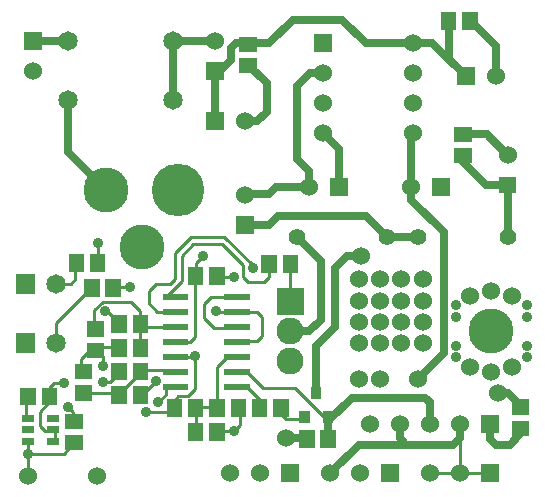
<source format=gbr>
G04 start of page 2 for group 0 idx 0 *
G04 Title: (unknown), component *
G04 Creator: pcb 20091103 *
G04 CreationDate: Fri 28 Jan 2011 22:02:30 GMT UTC *
G04 For: thomas *
G04 Format: Gerber/RS-274X *
G04 PCB-Dimensions: 179130 179130 *
G04 PCB-Coordinate-Origin: lower left *
%MOIN*%
%FSLAX25Y25*%
%LNFRONT*%
%ADD11C,0.0250*%
%ADD12C,0.0100*%
%ADD13C,0.0200*%
%ADD14C,0.0600*%
%ADD15C,0.0650*%
%ADD16C,0.1750*%
%ADD17C,0.1500*%
%ADD18C,0.0550*%
%ADD19C,0.0900*%
%ADD20C,0.0360*%
%ADD21R,0.0512X0.0512*%
%ADD22R,0.0200X0.0200*%
%ADD23R,0.0240X0.0240*%
%ADD24R,0.0340X0.0340*%
%ADD25C,0.0380*%
%ADD26C,0.0400*%
%ADD27C,0.0430*%
%ADD28C,0.0300*%
%ADD29C,0.1250*%
%ADD30C,0.1100*%
%ADD31C,0.0280*%
%ADD32C,0.0290*%
%ADD33C,0.1300*%
%ADD34C,0.0350*%
G54D11*X57047Y168106D02*X70866D01*
X77953Y167319D02*X88976D01*
X70806Y141345D02*Y158046D01*
X81497Y142036D02*X80806Y141345D01*
X70806Y158046D02*X70866Y158106D01*
X72678D01*
X70866D02*X72677D01*
X80806Y141345D02*X85050D01*
X88189Y144484D01*
Y153933D01*
X82283Y159839D01*
X72677Y158106D02*X76378Y161807D01*
Y165744D01*
X77953Y167319D01*
X22047Y148421D02*Y131224D01*
X34707Y118564D01*
X57047Y168106D02*Y148421D01*
X22047Y168106D02*X21024D01*
X10236D02*X22047D01*
X88976Y116925D02*X81298D01*
X81016Y116643D01*
Y106643D02*X88930D01*
G54D12*X57480Y97240D02*X62992Y102752D01*
X74016D01*
X73228Y100390D02*X63780D01*
G54D11*X128234Y102837D02*X138365D01*
X121232Y109839D02*X128234Y102837D01*
X138365D02*X138366Y102836D01*
X168504Y120075D02*Y102974D01*
Y120075D02*X161418D01*
X168504Y102974D02*X168366Y102836D01*
X136457Y115114D02*X147244Y104327D01*
Y92516D01*
X112295Y132206D02*X107081Y137420D01*
X136457Y136796D02*Y115114D01*
X161418Y120075D02*X152756Y128737D01*
X162756Y135823D02*X168504Y130075D01*
X153150Y137004D02*X161575D01*
X168504Y130075D01*
X102295Y124866D02*X98425Y128736D01*
Y153146D02*X102699Y157420D01*
X98425Y153146D02*Y128736D01*
X107081Y157420D02*X102699D01*
X136457Y136796D02*X137081Y137420D01*
Y167420D02*X143442D01*
X121260Y167319D02*X136980D01*
X137081Y167420D01*
X148819Y174407D02*Y162043D01*
X154568Y156294D01*
X164568D02*Y166530D01*
X155905Y175193D01*
X143442Y167420D02*X154568Y156294D01*
X88976Y167319D02*X96850Y175193D01*
X113386D01*
X121260Y167319D01*
X112295Y119376D02*Y132206D01*
X102295Y119376D02*X91427D01*
X88976Y116925D01*
X102295Y119376D02*Y124866D01*
X88930Y106643D02*X92126Y109839D01*
X121232D01*
X98234Y102837D02*X98340D01*
X106299Y94878D01*
X119685Y96453D02*X114961D01*
X111024Y92516D01*
G54D12*X26772Y50784D02*X39370D01*
X26772D02*X38581D01*
X33464Y54327D02*X35827D01*
X33464Y59838D02*Y62988D01*
X35827Y54327D02*X38976Y57476D01*
X26377Y62201D02*Y58265D01*
X26772Y57870D01*
X54506Y72775D02*X47297D01*
X46062Y66136D02*Y74010D01*
X47297Y72775D02*X46062Y74010D01*
X46063Y74011D02*X46062Y74010D01*
X46063Y77949D02*Y74011D01*
X54506Y77775D02*X51749D01*
X48819Y80705D01*
Y84642D01*
X51181Y87004D01*
X55905D01*
X46062Y57476D02*Y58262D01*
X39370Y50784D02*X46062Y57476D01*
X38976Y58262D02*X38974D01*
X46062D02*X54019D01*
X46063Y50388D02*X46848D01*
X51181Y54721D01*
X54506Y52775D02*Y50172D01*
X51969Y47634D02*Y47635D01*
X54506Y50172D01*
X48031Y44484D02*X55906D01*
X31889Y65351D02*X31495Y64957D01*
X38976Y66136D02*X32674D01*
X31495Y64957D01*
X33464Y62988D02*X31495Y64957D01*
X29133D02*X31495D01*
X29133D02*X26377Y62201D01*
X30709Y72043D02*Y78343D01*
X33464Y81098D01*
X34252Y77949D02*X35037D01*
X38976Y74010D01*
X17874Y87004D02*X22834D01*
X17874Y67319D02*Y74170D01*
X29921Y86217D01*
X22834Y87004D02*X24409Y88579D01*
Y93304D01*
X24803Y93698D01*
X31889Y94484D02*Y100783D01*
X33464Y81098D02*X42914D01*
X46063Y77949D01*
X37007Y86217D02*X41732D01*
X8661Y33799D02*X7910Y34550D01*
Y42350D02*Y48459D01*
X8661Y49210D01*
Y33799D02*Y23224D01*
X17710Y38450D02*Y34550D01*
X8661Y30311D02*X20471D01*
X24408Y34248D01*
X15747Y49996D02*Y52357D01*
X17323Y53933D01*
X20472D01*
X15747Y49210D02*Y47633D01*
X12598Y44484D01*
Y39760D01*
X14173Y38185D01*
X15845D01*
X16110Y38450D01*
X23622Y41334D02*Y44484D01*
X22047Y46059D01*
X63960Y62775D02*X64173Y62988D01*
X71653Y46059D02*Y59422D01*
X75006Y62775D01*
X61006D02*X63960D01*
X64173Y51964D02*X61811Y49602D01*
X64173Y62988D02*Y51964D01*
X64567Y45271D02*X64566Y45272D01*
X64567Y37398D02*Y45271D01*
X57480Y48421D02*X58661Y49602D01*
X61811D02*X58661D01*
X61024D02*X61023D01*
X64566Y46058D02*X71652D01*
X55906Y44484D02*X57480Y46058D01*
X71652D02*X71653Y46059D01*
Y38184D02*X77164D01*
X79133Y40153D01*
X86923Y52358D02*X81506Y57775D01*
X85827Y46059D02*Y48454D01*
X81506Y52775D01*
X75006Y77775D02*X72221D01*
X74668Y72437D02*X75006Y72775D01*
X72221Y77775D02*X72047Y77949D01*
X75006Y82775D02*X69786D01*
X67322Y80311D01*
Y75587D01*
X70472Y72437D01*
X74668D01*
X61006Y67775D02*X62661D01*
X64173Y69287D01*
Y88183D01*
X64567Y90154D02*Y94091D01*
X66929Y96453D01*
X71655Y89366D02*X71653Y89368D01*
X63780Y100390D02*X59843Y96453D01*
Y88112D01*
X54506Y82775D01*
X55905Y87004D02*X57480Y88579D01*
Y97240D01*
X77165Y89366D02*X71655D01*
X79528Y94091D02*Y94090D01*
X80315Y93303D01*
Y89366D01*
X79527Y94091D02*X73228Y100390D01*
X74016Y102752D02*X83465Y93303D01*
X87401Y87791D02*X88976Y89366D01*
X83465Y92516D02*Y93303D01*
X80315Y89366D02*X81890Y87791D01*
X87401D02*X81890D01*
X79133Y40153D02*Y45665D01*
X78739Y46059D01*
X92913D02*Y43697D01*
X94488Y42122D01*
X99999D01*
X100787Y42910D01*
X107086D02*X97638Y52358D01*
G54D11*X104687Y51110D02*X105051D01*
X104724Y66532D02*Y50547D01*
X104687Y50510D01*
G54D12*X97638Y52358D02*X86923D01*
G54D11*X101575Y35822D02*X96064D01*
X96063Y35823D01*
G54D12*X88977Y94091D02*Y94877D01*
G54D11*X106299Y94878D02*Y75193D01*
X102362Y71256D01*
X96139D01*
X96110Y71285D01*
G54D12*X81506Y77775D02*X84819D01*
X86614Y75980D01*
Y69681D01*
X85039Y68106D01*
X81837D01*
X81506Y67775D01*
X96110Y81285D02*Y94044D01*
X96063Y94091D01*
X88976Y89366D02*Y94090D01*
X88977Y94091D01*
X107686Y42310D02*X97638Y52358D01*
G54D11*X111024Y92516D02*Y72832D01*
X104724Y66532D01*
X140945Y49209D02*X142520Y47634D01*
Y40547D01*
X118898Y33461D02*X109449Y24012D01*
X116535Y49209D02*X140945D01*
X150394Y33461D02*X118898D01*
G54D12*X108587Y42310D02*X107686D01*
G54D11*X108661Y35822D02*Y41335D01*
X109636Y42310D02*X116535Y49209D01*
X108661Y41335D02*X116535Y49209D01*
X132520Y40547D02*Y35587D01*
X134646Y33461D01*
X138583Y55508D02*X147244Y64169D01*
Y93303D01*
X150394Y33461D02*X152756Y35823D01*
Y40311D01*
X152520Y40547D01*
G54D12*X142756Y24012D02*X162756D01*
X152756D02*Y40311D01*
G54D11*X172442Y38973D02*Y36612D01*
X169291Y33461D01*
X162520Y40547D02*Y35508D01*
X164567Y33461D01*
X169291D01*
X165354Y50784D02*X168503D01*
X173228Y46059D01*
G54D13*G36*
X67866Y161106D02*Y155106D01*
X73866D01*
Y161106D01*
X67866D01*
G37*
G54D14*X86063Y24012D03*
X76063D03*
G54D13*G36*
X7236Y171106D02*Y165106D01*
X13236D01*
Y171106D01*
X7236D01*
G37*
G54D14*X10236Y158106D03*
G54D13*G36*
X4624Y90254D02*Y83754D01*
X11124D01*
Y90254D01*
X4624D01*
G37*
G36*
Y70569D02*Y64069D01*
X11124D01*
Y70569D01*
X4624D01*
G37*
G54D15*X17874Y87004D03*
Y67319D03*
X22047Y168106D03*
Y148421D03*
G54D17*X34707Y118564D03*
G54D14*X70866Y168106D03*
G54D15*X57047D03*
G54D13*G36*
X67806Y144345D02*Y138345D01*
X73806D01*
Y144345D01*
X67806D01*
G37*
G54D14*X80806Y141345D03*
G54D15*X57047Y148421D03*
G54D13*G36*
X78016Y109643D02*Y103643D01*
X84016D01*
Y109643D01*
X78016D01*
G37*
G54D14*X81016Y116643D03*
G54D16*X58707Y118564D03*
G54D17*X46707Y99564D03*
G54D13*G36*
X104081Y170420D02*Y164420D01*
X110081D01*
Y170420D01*
X104081D01*
G37*
G54D14*X107081Y157420D03*
Y147420D03*
Y137420D03*
X137081D03*
Y167420D03*
Y147420D03*
Y157420D03*
G54D13*G36*
X151568Y159294D02*Y153294D01*
X157568D01*
Y159294D01*
X151568D01*
G37*
G54D14*X164568Y156294D03*
G54D13*G36*
X143457Y122287D02*Y116287D01*
X149457D01*
Y122287D01*
X143457D01*
G37*
G54D14*X136457Y119287D03*
G54D13*G36*
X165754Y122825D02*Y117325D01*
X171254D01*
Y122825D01*
X165754D01*
G37*
G54D14*X168504Y130075D03*
X102295Y119376D03*
G54D13*G36*
X109295Y122376D02*Y116376D01*
X115295D01*
Y122376D01*
X109295D01*
G37*
G54D18*X128234Y102837D03*
X98234D03*
X138583Y102752D03*
G54D13*G36*
X159520Y43547D02*Y37547D01*
X165520D01*
Y43547D01*
X159520D01*
G37*
G54D14*X152520Y40547D03*
G54D17*X163110Y71285D03*
G54D18*X168583Y102752D03*
G54D14*X142520Y40547D03*
X132520D03*
X122520D03*
G54D13*G36*
X159756Y27012D02*Y21012D01*
X165756D01*
Y27012D01*
X159756D01*
G37*
G54D14*X152756Y24012D03*
X142756D03*
G54D13*G36*
X126449Y27012D02*Y21012D01*
X132449D01*
Y27012D01*
X126449D01*
G37*
G54D14*X119449Y24012D03*
X109449D03*
G54D13*G36*
X93063Y27012D02*Y21012D01*
X99063D01*
Y27012D01*
X93063D01*
G37*
G36*
X91610Y85785D02*Y76785D01*
X100610D01*
Y85785D01*
X91610D01*
G37*
G54D19*X96110Y71285D03*
Y61285D03*
G54D20*X64173Y62988D03*
X51181Y54721D03*
X20472Y53933D03*
G54D14*X118898Y55508D03*
G54D20*X51969Y47634D03*
X77165Y38185D03*
X48031Y44484D03*
G54D14*X94488Y35823D03*
G54D20*X71259Y77949D03*
G54D14*X118898Y81493D03*
Y74406D03*
Y67320D03*
Y88579D03*
G54D20*X34252Y77949D03*
X33464Y54327D03*
Y59838D03*
X31889Y100783D03*
X42520Y86217D03*
X8661Y30311D03*
X22047Y46059D03*
G54D14*X8661Y23224D03*
X31496D03*
G54D20*X77165Y89366D03*
X66929Y96453D03*
X83465Y92516D03*
G54D14*X119685Y96453D03*
X138583Y55508D03*
X125984D03*
X165354Y50784D03*
X155905Y59445D03*
X162992Y57870D03*
X170078Y59445D03*
G54D20*X151180Y62595D03*
X174802Y66532D03*
Y62595D03*
G54D14*X140157Y81492D03*
Y74405D03*
Y88579D03*
Y67319D03*
G54D20*X151180Y66532D03*
Y75980D03*
G54D14*X133071Y67319D03*
X125984D03*
X133071Y81492D03*
X125984D03*
X133071Y74405D03*
X125984D03*
X133071Y88579D03*
X125984D03*
G54D20*X151180Y79917D03*
G54D14*X155905Y83067D03*
X162992Y84642D03*
G54D20*X174802Y79917D03*
G54D14*X170078Y83067D03*
G54D20*X174802Y75980D03*
G54D21*X81497Y166925D02*X82283D01*
X81497Y159839D02*X82283D01*
X148819Y175193D02*Y174407D01*
X155905Y175193D02*Y174407D01*
X153150Y129918D02*X153936D01*
X153150Y137004D02*X153936D01*
X88977Y94091D02*Y93305D01*
X96063Y94091D02*Y93305D01*
G54D22*X54506Y82775D02*X61006D01*
X54506Y77775D02*X61006D01*
X54506Y72775D02*X61006D01*
X75006Y62775D02*X81506D01*
X75006Y67775D02*X81506D01*
X75006Y72775D02*X81506D01*
X75006Y77775D02*X81506D01*
X75006Y82775D02*X81506D01*
G54D21*X64567Y90154D02*Y89368D01*
X71653Y90154D02*Y89368D01*
X38977Y50388D02*Y49602D01*
X38976Y58262D02*Y57476D01*
X26772Y50784D02*X27558D01*
X26772Y57870D02*X27558D01*
X46063Y50388D02*Y49602D01*
X46062Y58262D02*Y57476D01*
Y66136D02*Y65350D01*
X38976Y66136D02*Y65350D01*
G54D22*X54506Y67775D02*X61006D01*
X54506Y62775D02*X61006D01*
X54506Y57775D02*X61006D01*
X54506Y52775D02*X61006D01*
G54D21*X38976Y74010D02*Y73224D01*
X37007Y86217D02*Y85431D01*
X46062Y74010D02*Y73224D01*
X30709Y72043D02*X31495D01*
X30709Y64957D02*X31495D01*
X24803Y94484D02*Y93698D01*
X31889Y94484D02*Y93698D01*
X29921Y86217D02*Y85431D01*
X8661Y49996D02*Y49210D01*
X15747Y49996D02*Y49210D01*
G54D23*X16110Y34550D02*X17710D01*
G54D21*X23622Y34248D02*X24408D01*
G54D23*X16110Y38450D02*X17710D01*
X16110Y42350D02*X17710D01*
X7910D02*X9510D01*
G54D21*X23622Y41334D02*X24408D01*
G54D23*X7910Y38450D02*X9510D01*
X7910Y34550D02*X9510D01*
G54D21*X71653Y46059D02*Y45273D01*
X57480Y46058D02*Y45272D01*
X64566Y46058D02*Y45272D01*
X78739Y46059D02*Y45273D01*
G54D22*X75006Y52775D02*X81506D01*
X75006Y57775D02*X81506D01*
G54D21*X85827Y46059D02*Y45273D01*
X64567Y38184D02*Y37398D01*
X71653Y38184D02*Y37398D01*
X172442Y38973D02*X173228D01*
X92913Y46059D02*Y45273D01*
G54D24*X100787Y42910D02*Y42310D01*
G54D21*X172442Y46059D02*X173228D01*
G54D24*X108587Y42910D02*Y42310D01*
G54D21*X108661Y35822D02*Y35036D01*
X101575Y35822D02*Y35036D01*
G54D24*X104687Y51110D02*Y50510D01*
G54D25*G54D27*G54D26*G54D30*G54D25*G54D26*G54D28*G54D26*G54D28*G54D29*G54D30*G54D31*G54D28*G54D32*G54D25*G54D33*G54D32*G54D25*G54D14*G54D13*G54D34*G54D13*G54D34*G54D13*G54D34*G54D13*G54D34*G54D13*G54D34*G54D13*G54D34*G54D13*G54D34*G54D13*G54D34*G54D13*G54D34*G54D13*M02*

</source>
